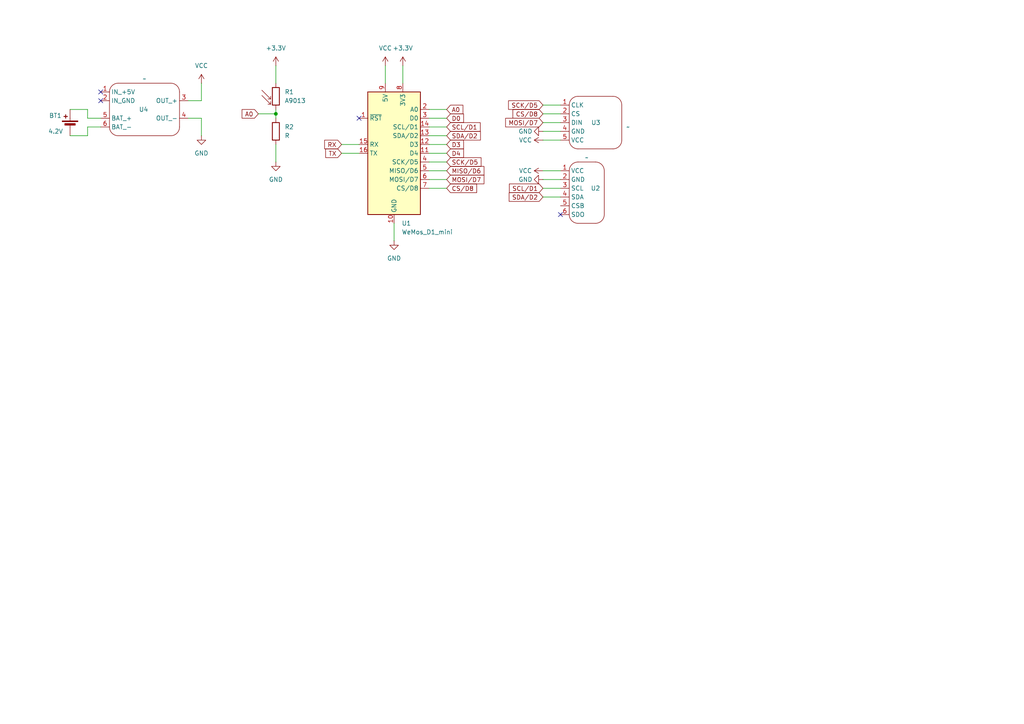
<source format=kicad_sch>
(kicad_sch
	(version 20231120)
	(generator "eeschema")
	(generator_version "8.0")
	(uuid "2e999e36-2221-41e3-a53f-d51008fb7b79")
	(paper "A4")
	(lib_symbols
		(symbol "Device:Battery_Cell"
			(pin_numbers hide)
			(pin_names
				(offset 0) hide)
			(exclude_from_sim no)
			(in_bom yes)
			(on_board yes)
			(property "Reference" "BT"
				(at 2.54 2.54 0)
				(effects
					(font
						(size 1.27 1.27)
					)
					(justify left)
				)
			)
			(property "Value" "Battery_Cell"
				(at 2.54 0 0)
				(effects
					(font
						(size 1.27 1.27)
					)
					(justify left)
				)
			)
			(property "Footprint" ""
				(at 0 1.524 90)
				(effects
					(font
						(size 1.27 1.27)
					)
					(hide yes)
				)
			)
			(property "Datasheet" "~"
				(at 0 1.524 90)
				(effects
					(font
						(size 1.27 1.27)
					)
					(hide yes)
				)
			)
			(property "Description" "Single-cell battery"
				(at 0 0 0)
				(effects
					(font
						(size 1.27 1.27)
					)
					(hide yes)
				)
			)
			(property "ki_keywords" "battery cell"
				(at 0 0 0)
				(effects
					(font
						(size 1.27 1.27)
					)
					(hide yes)
				)
			)
			(symbol "Battery_Cell_0_1"
				(rectangle
					(start -2.286 1.778)
					(end 2.286 1.524)
					(stroke
						(width 0)
						(type default)
					)
					(fill
						(type outline)
					)
				)
				(rectangle
					(start -1.524 1.016)
					(end 1.524 0.508)
					(stroke
						(width 0)
						(type default)
					)
					(fill
						(type outline)
					)
				)
				(polyline
					(pts
						(xy 0 0.762) (xy 0 0)
					)
					(stroke
						(width 0)
						(type default)
					)
					(fill
						(type none)
					)
				)
				(polyline
					(pts
						(xy 0 1.778) (xy 0 2.54)
					)
					(stroke
						(width 0)
						(type default)
					)
					(fill
						(type none)
					)
				)
				(polyline
					(pts
						(xy 0.762 3.048) (xy 1.778 3.048)
					)
					(stroke
						(width 0.254)
						(type default)
					)
					(fill
						(type none)
					)
				)
				(polyline
					(pts
						(xy 1.27 3.556) (xy 1.27 2.54)
					)
					(stroke
						(width 0.254)
						(type default)
					)
					(fill
						(type none)
					)
				)
			)
			(symbol "Battery_Cell_1_1"
				(pin passive line
					(at 0 5.08 270)
					(length 2.54)
					(name "+"
						(effects
							(font
								(size 1.27 1.27)
							)
						)
					)
					(number "1"
						(effects
							(font
								(size 1.27 1.27)
							)
						)
					)
				)
				(pin passive line
					(at 0 -2.54 90)
					(length 2.54)
					(name "-"
						(effects
							(font
								(size 1.27 1.27)
							)
						)
					)
					(number "2"
						(effects
							(font
								(size 1.27 1.27)
							)
						)
					)
				)
			)
		)
		(symbol "Device:R"
			(pin_numbers hide)
			(pin_names
				(offset 0)
			)
			(exclude_from_sim no)
			(in_bom yes)
			(on_board yes)
			(property "Reference" "R"
				(at 2.032 0 90)
				(effects
					(font
						(size 1.27 1.27)
					)
				)
			)
			(property "Value" "R"
				(at 0 0 90)
				(effects
					(font
						(size 1.27 1.27)
					)
				)
			)
			(property "Footprint" ""
				(at -1.778 0 90)
				(effects
					(font
						(size 1.27 1.27)
					)
					(hide yes)
				)
			)
			(property "Datasheet" "~"
				(at 0 0 0)
				(effects
					(font
						(size 1.27 1.27)
					)
					(hide yes)
				)
			)
			(property "Description" "Resistor"
				(at 0 0 0)
				(effects
					(font
						(size 1.27 1.27)
					)
					(hide yes)
				)
			)
			(property "ki_keywords" "R res resistor"
				(at 0 0 0)
				(effects
					(font
						(size 1.27 1.27)
					)
					(hide yes)
				)
			)
			(property "ki_fp_filters" "R_*"
				(at 0 0 0)
				(effects
					(font
						(size 1.27 1.27)
					)
					(hide yes)
				)
			)
			(symbol "R_0_1"
				(rectangle
					(start -1.016 -2.54)
					(end 1.016 2.54)
					(stroke
						(width 0.254)
						(type default)
					)
					(fill
						(type none)
					)
				)
			)
			(symbol "R_1_1"
				(pin passive line
					(at 0 3.81 270)
					(length 1.27)
					(name "~"
						(effects
							(font
								(size 1.27 1.27)
							)
						)
					)
					(number "1"
						(effects
							(font
								(size 1.27 1.27)
							)
						)
					)
				)
				(pin passive line
					(at 0 -3.81 90)
					(length 1.27)
					(name "~"
						(effects
							(font
								(size 1.27 1.27)
							)
						)
					)
					(number "2"
						(effects
							(font
								(size 1.27 1.27)
							)
						)
					)
				)
			)
		)
		(symbol "MCU_Module:WeMos_D1_mini"
			(exclude_from_sim no)
			(in_bom yes)
			(on_board yes)
			(property "Reference" "U"
				(at 3.81 19.05 0)
				(effects
					(font
						(size 1.27 1.27)
					)
					(justify left)
				)
			)
			(property "Value" "WeMos_D1_mini"
				(at 1.27 -19.05 0)
				(effects
					(font
						(size 1.27 1.27)
					)
					(justify left)
				)
			)
			(property "Footprint" "Module:WEMOS_D1_mini_light"
				(at 0 -29.21 0)
				(effects
					(font
						(size 1.27 1.27)
					)
					(hide yes)
				)
			)
			(property "Datasheet" "https://wiki.wemos.cc/products:d1:d1_mini#documentation"
				(at -46.99 -29.21 0)
				(effects
					(font
						(size 1.27 1.27)
					)
					(hide yes)
				)
			)
			(property "Description" "32-bit microcontroller module with WiFi"
				(at 0 0 0)
				(effects
					(font
						(size 1.27 1.27)
					)
					(hide yes)
				)
			)
			(property "ki_keywords" "ESP8266 WiFi microcontroller ESP8266EX"
				(at 0 0 0)
				(effects
					(font
						(size 1.27 1.27)
					)
					(hide yes)
				)
			)
			(property "ki_fp_filters" "WEMOS*D1*mini*"
				(at 0 0 0)
				(effects
					(font
						(size 1.27 1.27)
					)
					(hide yes)
				)
			)
			(symbol "WeMos_D1_mini_1_1"
				(rectangle
					(start -7.62 17.78)
					(end 7.62 -17.78)
					(stroke
						(width 0.254)
						(type default)
					)
					(fill
						(type background)
					)
				)
				(pin input line
					(at -10.16 10.16 0)
					(length 2.54)
					(name "~{RST}"
						(effects
							(font
								(size 1.27 1.27)
							)
						)
					)
					(number "1"
						(effects
							(font
								(size 1.27 1.27)
							)
						)
					)
				)
				(pin power_in line
					(at 0 -20.32 90)
					(length 2.54)
					(name "GND"
						(effects
							(font
								(size 1.27 1.27)
							)
						)
					)
					(number "10"
						(effects
							(font
								(size 1.27 1.27)
							)
						)
					)
				)
				(pin bidirectional line
					(at 10.16 0 180)
					(length 2.54)
					(name "D4"
						(effects
							(font
								(size 1.27 1.27)
							)
						)
					)
					(number "11"
						(effects
							(font
								(size 1.27 1.27)
							)
						)
					)
				)
				(pin bidirectional line
					(at 10.16 2.54 180)
					(length 2.54)
					(name "D3"
						(effects
							(font
								(size 1.27 1.27)
							)
						)
					)
					(number "12"
						(effects
							(font
								(size 1.27 1.27)
							)
						)
					)
				)
				(pin bidirectional line
					(at 10.16 5.08 180)
					(length 2.54)
					(name "SDA/D2"
						(effects
							(font
								(size 1.27 1.27)
							)
						)
					)
					(number "13"
						(effects
							(font
								(size 1.27 1.27)
							)
						)
					)
				)
				(pin bidirectional line
					(at 10.16 7.62 180)
					(length 2.54)
					(name "SCL/D1"
						(effects
							(font
								(size 1.27 1.27)
							)
						)
					)
					(number "14"
						(effects
							(font
								(size 1.27 1.27)
							)
						)
					)
				)
				(pin input line
					(at -10.16 2.54 0)
					(length 2.54)
					(name "RX"
						(effects
							(font
								(size 1.27 1.27)
							)
						)
					)
					(number "15"
						(effects
							(font
								(size 1.27 1.27)
							)
						)
					)
				)
				(pin output line
					(at -10.16 0 0)
					(length 2.54)
					(name "TX"
						(effects
							(font
								(size 1.27 1.27)
							)
						)
					)
					(number "16"
						(effects
							(font
								(size 1.27 1.27)
							)
						)
					)
				)
				(pin input line
					(at 10.16 12.7 180)
					(length 2.54)
					(name "A0"
						(effects
							(font
								(size 1.27 1.27)
							)
						)
					)
					(number "2"
						(effects
							(font
								(size 1.27 1.27)
							)
						)
					)
				)
				(pin bidirectional line
					(at 10.16 10.16 180)
					(length 2.54)
					(name "D0"
						(effects
							(font
								(size 1.27 1.27)
							)
						)
					)
					(number "3"
						(effects
							(font
								(size 1.27 1.27)
							)
						)
					)
				)
				(pin bidirectional line
					(at 10.16 -2.54 180)
					(length 2.54)
					(name "SCK/D5"
						(effects
							(font
								(size 1.27 1.27)
							)
						)
					)
					(number "4"
						(effects
							(font
								(size 1.27 1.27)
							)
						)
					)
				)
				(pin bidirectional line
					(at 10.16 -5.08 180)
					(length 2.54)
					(name "MISO/D6"
						(effects
							(font
								(size 1.27 1.27)
							)
						)
					)
					(number "5"
						(effects
							(font
								(size 1.27 1.27)
							)
						)
					)
				)
				(pin bidirectional line
					(at 10.16 -7.62 180)
					(length 2.54)
					(name "MOSI/D7"
						(effects
							(font
								(size 1.27 1.27)
							)
						)
					)
					(number "6"
						(effects
							(font
								(size 1.27 1.27)
							)
						)
					)
				)
				(pin bidirectional line
					(at 10.16 -10.16 180)
					(length 2.54)
					(name "CS/D8"
						(effects
							(font
								(size 1.27 1.27)
							)
						)
					)
					(number "7"
						(effects
							(font
								(size 1.27 1.27)
							)
						)
					)
				)
				(pin power_out line
					(at 2.54 20.32 270)
					(length 2.54)
					(name "3V3"
						(effects
							(font
								(size 1.27 1.27)
							)
						)
					)
					(number "8"
						(effects
							(font
								(size 1.27 1.27)
							)
						)
					)
				)
				(pin power_in line
					(at -2.54 20.32 270)
					(length 2.54)
					(name "5V"
						(effects
							(font
								(size 1.27 1.27)
							)
						)
					)
					(number "9"
						(effects
							(font
								(size 1.27 1.27)
							)
						)
					)
				)
			)
		)
		(symbol "Modules:BMP280_Module"
			(exclude_from_sim no)
			(in_bom yes)
			(on_board yes)
			(property "Reference" "U"
				(at -2.794 5.08 0)
				(effects
					(font
						(size 1.27 1.27)
					)
				)
			)
			(property "Value" ""
				(at 0 0 0)
				(effects
					(font
						(size 1.27 1.27)
					)
				)
			)
			(property "Footprint" ""
				(at 0 0 0)
				(effects
					(font
						(size 1.27 1.27)
					)
					(hide yes)
				)
			)
			(property "Datasheet" ""
				(at 0 0 0)
				(effects
					(font
						(size 1.27 1.27)
					)
					(hide yes)
				)
			)
			(property "Description" ""
				(at 0 0 0)
				(effects
					(font
						(size 1.27 1.27)
					)
					(hide yes)
				)
			)
			(symbol "BMP280_Module_0_1"
				(arc
					(start -5.08 -7.62)
					(mid -4.3361 -9.4161)
					(end -2.54 -10.16)
					(stroke
						(width 0)
						(type default)
					)
					(fill
						(type none)
					)
				)
				(arc
					(start -2.54 7.62)
					(mid -4.3361 6.8761)
					(end -5.08 5.08)
					(stroke
						(width 0)
						(type default)
					)
					(fill
						(type none)
					)
				)
				(polyline
					(pts
						(xy -5.08 5.08) (xy -5.08 -7.62)
					)
					(stroke
						(width 0)
						(type default)
					)
					(fill
						(type none)
					)
				)
				(polyline
					(pts
						(xy -2.54 -10.16) (xy 2.54 -10.16)
					)
					(stroke
						(width 0)
						(type default)
					)
					(fill
						(type none)
					)
				)
				(polyline
					(pts
						(xy 2.54 7.62) (xy -2.54 7.62)
					)
					(stroke
						(width 0)
						(type default)
					)
					(fill
						(type none)
					)
				)
				(polyline
					(pts
						(xy 5.08 5.08) (xy 5.08 -7.62)
					)
					(stroke
						(width 0)
						(type default)
					)
					(fill
						(type none)
					)
				)
				(arc
					(start 2.54 -10.16)
					(mid 4.3361 -9.4161)
					(end 5.08 -7.62)
					(stroke
						(width 0)
						(type default)
					)
					(fill
						(type none)
					)
				)
				(arc
					(start 5.08 5.08)
					(mid 4.3361 6.8761)
					(end 2.54 7.62)
					(stroke
						(width 0)
						(type default)
					)
					(fill
						(type none)
					)
				)
			)
			(symbol "BMP280_Module_1_1"
				(pin power_in line
					(at 7.62 5.08 180)
					(length 2.54)
					(name "VCC"
						(effects
							(font
								(size 1.27 1.27)
							)
						)
					)
					(number "1"
						(effects
							(font
								(size 1.27 1.27)
							)
						)
					)
				)
				(pin power_in line
					(at 7.62 2.54 180)
					(length 2.54)
					(name "GND"
						(effects
							(font
								(size 1.27 1.27)
							)
						)
					)
					(number "2"
						(effects
							(font
								(size 1.27 1.27)
							)
						)
					)
				)
				(pin input line
					(at 7.62 0 180)
					(length 2.54)
					(name "SCL"
						(effects
							(font
								(size 1.27 1.27)
							)
						)
					)
					(number "3"
						(effects
							(font
								(size 1.27 1.27)
							)
						)
					)
				)
				(pin bidirectional line
					(at 7.62 -2.54 180)
					(length 2.54)
					(name "SDA"
						(effects
							(font
								(size 1.27 1.27)
							)
						)
					)
					(number "4"
						(effects
							(font
								(size 1.27 1.27)
							)
						)
					)
				)
				(pin input line
					(at 7.62 -5.08 180)
					(length 2.54)
					(name "CSB"
						(effects
							(font
								(size 1.27 1.27)
							)
						)
					)
					(number "5"
						(effects
							(font
								(size 1.27 1.27)
							)
						)
					)
				)
				(pin output line
					(at 7.62 -7.62 180)
					(length 2.54)
					(name "SDO"
						(effects
							(font
								(size 1.27 1.27)
							)
						)
					)
					(number "6"
						(effects
							(font
								(size 1.27 1.27)
							)
						)
					)
				)
			)
		)
		(symbol "Modules:MAX7219X4_Module"
			(exclude_from_sim no)
			(in_bom yes)
			(on_board yes)
			(property "Reference" "U"
				(at 0 0 0)
				(effects
					(font
						(size 1.27 1.27)
					)
				)
			)
			(property "Value" ""
				(at 0 0 0)
				(effects
					(font
						(size 1.27 1.27)
					)
				)
			)
			(property "Footprint" ""
				(at 0 0 0)
				(effects
					(font
						(size 1.27 1.27)
					)
					(hide yes)
				)
			)
			(property "Datasheet" ""
				(at 0 0 0)
				(effects
					(font
						(size 1.27 1.27)
					)
					(hide yes)
				)
			)
			(property "Description" ""
				(at 0 0 0)
				(effects
					(font
						(size 1.27 1.27)
					)
					(hide yes)
				)
			)
			(symbol "MAX7219X4_Module_0_1"
				(arc
					(start -7.62 -5.08)
					(mid -6.8761 -6.8761)
					(end -5.08 -7.62)
					(stroke
						(width 0)
						(type default)
					)
					(fill
						(type none)
					)
				)
				(arc
					(start -5.08 7.62)
					(mid -6.8761 6.8761)
					(end -7.62 5.08)
					(stroke
						(width 0)
						(type default)
					)
					(fill
						(type none)
					)
				)
				(polyline
					(pts
						(xy -7.62 -5.08) (xy -7.62 5.08)
					)
					(stroke
						(width 0)
						(type default)
					)
					(fill
						(type none)
					)
				)
				(polyline
					(pts
						(xy -5.08 7.62) (xy 5.08 7.62)
					)
					(stroke
						(width 0)
						(type default)
					)
					(fill
						(type none)
					)
				)
				(polyline
					(pts
						(xy 5.08 -7.62) (xy -5.08 -7.62)
					)
					(stroke
						(width 0)
						(type default)
					)
					(fill
						(type none)
					)
				)
				(polyline
					(pts
						(xy 7.62 5.08) (xy 7.62 -5.08)
					)
					(stroke
						(width 0)
						(type default)
					)
					(fill
						(type none)
					)
				)
				(arc
					(start 5.08 -7.62)
					(mid 6.8761 -6.8761)
					(end 7.62 -5.08)
					(stroke
						(width 0)
						(type default)
					)
					(fill
						(type none)
					)
				)
				(arc
					(start 7.62 5.08)
					(mid 6.8761 6.8761)
					(end 5.08 7.62)
					(stroke
						(width 0)
						(type default)
					)
					(fill
						(type none)
					)
				)
			)
			(symbol "MAX7219X4_Module_1_1"
				(pin input line
					(at -10.16 5.08 0)
					(length 2.54)
					(name "CLK"
						(effects
							(font
								(size 1.27 1.27)
							)
						)
					)
					(number "1"
						(effects
							(font
								(size 1.27 1.27)
							)
						)
					)
				)
				(pin input line
					(at -10.16 2.54 0)
					(length 2.54)
					(name "CS"
						(effects
							(font
								(size 1.27 1.27)
							)
						)
					)
					(number "2"
						(effects
							(font
								(size 1.27 1.27)
							)
						)
					)
				)
				(pin input line
					(at -10.16 0 0)
					(length 2.54)
					(name "DIN"
						(effects
							(font
								(size 1.27 1.27)
							)
						)
					)
					(number "3"
						(effects
							(font
								(size 1.27 1.27)
							)
						)
					)
				)
				(pin input line
					(at -10.16 -2.54 0)
					(length 2.54)
					(name "GND"
						(effects
							(font
								(size 1.27 1.27)
							)
						)
					)
					(number "4"
						(effects
							(font
								(size 1.27 1.27)
							)
						)
					)
				)
				(pin input line
					(at -10.16 -5.08 0)
					(length 2.54)
					(name "VCC"
						(effects
							(font
								(size 1.27 1.27)
							)
						)
					)
					(number "5"
						(effects
							(font
								(size 1.27 1.27)
							)
						)
					)
				)
			)
		)
		(symbol "Modules:TP4056_Module"
			(exclude_from_sim no)
			(in_bom yes)
			(on_board yes)
			(property "Reference" "U"
				(at 0 0 0)
				(effects
					(font
						(size 1.27 1.27)
					)
				)
			)
			(property "Value" ""
				(at 0 0 0)
				(effects
					(font
						(size 1.27 1.27)
					)
				)
			)
			(property "Footprint" ""
				(at 0 0 0)
				(effects
					(font
						(size 1.27 1.27)
					)
					(hide yes)
				)
			)
			(property "Datasheet" ""
				(at 0 0 0)
				(effects
					(font
						(size 1.27 1.27)
					)
					(hide yes)
				)
			)
			(property "Description" ""
				(at 0 0 0)
				(effects
					(font
						(size 1.27 1.27)
					)
					(hide yes)
				)
			)
			(symbol "TP4056_Module_0_1"
				(arc
					(start -10.16 -5.08)
					(mid -9.4161 -6.8761)
					(end -7.62 -7.62)
					(stroke
						(width 0)
						(type default)
					)
					(fill
						(type none)
					)
				)
				(arc
					(start -7.62 7.62)
					(mid -9.4161 6.8761)
					(end -10.16 5.08)
					(stroke
						(width 0)
						(type default)
					)
					(fill
						(type none)
					)
				)
				(polyline
					(pts
						(xy -10.16 -5.08) (xy -10.16 5.08)
					)
					(stroke
						(width 0)
						(type default)
					)
					(fill
						(type none)
					)
				)
				(polyline
					(pts
						(xy -7.62 7.62) (xy 7.62 7.62)
					)
					(stroke
						(width 0)
						(type default)
					)
					(fill
						(type none)
					)
				)
				(polyline
					(pts
						(xy 7.62 -7.62) (xy -7.62 -7.62)
					)
					(stroke
						(width 0)
						(type default)
					)
					(fill
						(type none)
					)
				)
				(polyline
					(pts
						(xy 10.16 5.08) (xy 10.16 -5.08)
					)
					(stroke
						(width 0)
						(type default)
					)
					(fill
						(type none)
					)
				)
				(arc
					(start 7.62 -7.62)
					(mid 9.4161 -6.8761)
					(end 10.16 -5.08)
					(stroke
						(width 0)
						(type default)
					)
					(fill
						(type none)
					)
				)
				(arc
					(start 10.16 5.08)
					(mid 9.4161 6.8761)
					(end 7.62 7.62)
					(stroke
						(width 0)
						(type default)
					)
					(fill
						(type none)
					)
				)
			)
			(symbol "TP4056_Module_1_1"
				(pin power_in line
					(at -12.7 5.08 0)
					(length 2.54)
					(name "IN_+5V"
						(effects
							(font
								(size 1.27 1.27)
							)
						)
					)
					(number "1"
						(effects
							(font
								(size 1.27 1.27)
							)
						)
					)
				)
				(pin power_in line
					(at -12.7 2.54 0)
					(length 2.54)
					(name "IN_GND"
						(effects
							(font
								(size 1.27 1.27)
							)
						)
					)
					(number "2"
						(effects
							(font
								(size 1.27 1.27)
							)
						)
					)
				)
				(pin power_out line
					(at 12.7 2.54 180)
					(length 2.54)
					(name "OUT_+"
						(effects
							(font
								(size 1.27 1.27)
							)
						)
					)
					(number "3"
						(effects
							(font
								(size 1.27 1.27)
							)
						)
					)
				)
				(pin power_out line
					(at 12.7 -2.54 180)
					(length 2.54)
					(name "OUT_-"
						(effects
							(font
								(size 1.27 1.27)
							)
						)
					)
					(number "4"
						(effects
							(font
								(size 1.27 1.27)
							)
						)
					)
				)
				(pin power_in line
					(at -12.7 -2.54 0)
					(length 2.54)
					(name "BAT_+"
						(effects
							(font
								(size 1.27 1.27)
							)
						)
					)
					(number "5"
						(effects
							(font
								(size 1.27 1.27)
							)
						)
					)
				)
				(pin power_in line
					(at -12.7 -5.08 0)
					(length 2.54)
					(name "BAT_-"
						(effects
							(font
								(size 1.27 1.27)
							)
						)
					)
					(number "6"
						(effects
							(font
								(size 1.27 1.27)
							)
						)
					)
				)
			)
		)
		(symbol "Sensor_Optical:A9013"
			(pin_numbers hide)
			(pin_names
				(offset 0)
			)
			(exclude_from_sim no)
			(in_bom yes)
			(on_board yes)
			(property "Reference" "R"
				(at -5.08 0 90)
				(effects
					(font
						(size 1.27 1.27)
					)
				)
			)
			(property "Value" "A9013"
				(at 1.905 0 90)
				(effects
					(font
						(size 1.27 1.27)
					)
					(justify top)
				)
			)
			(property "Footprint" "OptoDevice:R_LDR_5.0x4.1mm_P3mm_Vertical"
				(at 4.445 0 90)
				(effects
					(font
						(size 1.27 1.27)
					)
					(hide yes)
				)
			)
			(property "Datasheet" "http://www.produktinfo.conrad.com/datenblaetter/125000-149999/145475-da-01-en-FOTOWIDERSTAND_A_9060_A_9013.pdf"
				(at 0 -1.27 0)
				(effects
					(font
						(size 1.27 1.27)
					)
					(hide yes)
				)
			)
			(property "Description" "light dependent resistor"
				(at 0 0 0)
				(effects
					(font
						(size 1.27 1.27)
					)
					(hide yes)
				)
			)
			(property "ki_keywords" "light dependent photo resistor LDR"
				(at 0 0 0)
				(effects
					(font
						(size 1.27 1.27)
					)
					(hide yes)
				)
			)
			(property "ki_fp_filters" "R*LDR*5.0x4.1mm*P3mm*"
				(at 0 0 0)
				(effects
					(font
						(size 1.27 1.27)
					)
					(hide yes)
				)
			)
			(symbol "A9013_0_1"
				(rectangle
					(start -1.016 2.54)
					(end 1.016 -2.54)
					(stroke
						(width 0.254)
						(type default)
					)
					(fill
						(type none)
					)
				)
				(polyline
					(pts
						(xy -1.524 -2.286) (xy -4.064 0.254)
					)
					(stroke
						(width 0)
						(type default)
					)
					(fill
						(type none)
					)
				)
				(polyline
					(pts
						(xy -1.524 -2.286) (xy -2.286 -2.286)
					)
					(stroke
						(width 0)
						(type default)
					)
					(fill
						(type none)
					)
				)
				(polyline
					(pts
						(xy -1.524 -2.286) (xy -1.524 -1.524)
					)
					(stroke
						(width 0)
						(type default)
					)
					(fill
						(type none)
					)
				)
				(polyline
					(pts
						(xy -1.524 -0.762) (xy -4.064 1.778)
					)
					(stroke
						(width 0)
						(type default)
					)
					(fill
						(type none)
					)
				)
				(polyline
					(pts
						(xy -1.524 -0.762) (xy -2.286 -0.762)
					)
					(stroke
						(width 0)
						(type default)
					)
					(fill
						(type none)
					)
				)
				(polyline
					(pts
						(xy -1.524 -0.762) (xy -1.524 0)
					)
					(stroke
						(width 0)
						(type default)
					)
					(fill
						(type none)
					)
				)
			)
			(symbol "A9013_1_1"
				(pin passive line
					(at 0 3.81 270)
					(length 1.27)
					(name "~"
						(effects
							(font
								(size 1.27 1.27)
							)
						)
					)
					(number "1"
						(effects
							(font
								(size 1.27 1.27)
							)
						)
					)
				)
				(pin passive line
					(at 0 -3.81 90)
					(length 1.27)
					(name "~"
						(effects
							(font
								(size 1.27 1.27)
							)
						)
					)
					(number "2"
						(effects
							(font
								(size 1.27 1.27)
							)
						)
					)
				)
			)
		)
		(symbol "power:+3.3V"
			(power)
			(pin_numbers hide)
			(pin_names
				(offset 0) hide)
			(exclude_from_sim no)
			(in_bom yes)
			(on_board yes)
			(property "Reference" "#PWR"
				(at 0 -3.81 0)
				(effects
					(font
						(size 1.27 1.27)
					)
					(hide yes)
				)
			)
			(property "Value" "+3.3V"
				(at 0 3.556 0)
				(effects
					(font
						(size 1.27 1.27)
					)
				)
			)
			(property "Footprint" ""
				(at 0 0 0)
				(effects
					(font
						(size 1.27 1.27)
					)
					(hide yes)
				)
			)
			(property "Datasheet" ""
				(at 0 0 0)
				(effects
					(font
						(size 1.27 1.27)
					)
					(hide yes)
				)
			)
			(property "Description" "Power symbol creates a global label with name \"+3.3V\""
				(at 0 0 0)
				(effects
					(font
						(size 1.27 1.27)
					)
					(hide yes)
				)
			)
			(property "ki_keywords" "global power"
				(at 0 0 0)
				(effects
					(font
						(size 1.27 1.27)
					)
					(hide yes)
				)
			)
			(symbol "+3.3V_0_1"
				(polyline
					(pts
						(xy -0.762 1.27) (xy 0 2.54)
					)
					(stroke
						(width 0)
						(type default)
					)
					(fill
						(type none)
					)
				)
				(polyline
					(pts
						(xy 0 0) (xy 0 2.54)
					)
					(stroke
						(width 0)
						(type default)
					)
					(fill
						(type none)
					)
				)
				(polyline
					(pts
						(xy 0 2.54) (xy 0.762 1.27)
					)
					(stroke
						(width 0)
						(type default)
					)
					(fill
						(type none)
					)
				)
			)
			(symbol "+3.3V_1_1"
				(pin power_in line
					(at 0 0 90)
					(length 0)
					(name "~"
						(effects
							(font
								(size 1.27 1.27)
							)
						)
					)
					(number "1"
						(effects
							(font
								(size 1.27 1.27)
							)
						)
					)
				)
			)
		)
		(symbol "power:GND"
			(power)
			(pin_numbers hide)
			(pin_names
				(offset 0) hide)
			(exclude_from_sim no)
			(in_bom yes)
			(on_board yes)
			(property "Reference" "#PWR"
				(at 0 -6.35 0)
				(effects
					(font
						(size 1.27 1.27)
					)
					(hide yes)
				)
			)
			(property "Value" "GND"
				(at 0 -3.81 0)
				(effects
					(font
						(size 1.27 1.27)
					)
				)
			)
			(property "Footprint" ""
				(at 0 0 0)
				(effects
					(font
						(size 1.27 1.27)
					)
					(hide yes)
				)
			)
			(property "Datasheet" ""
				(at 0 0 0)
				(effects
					(font
						(size 1.27 1.27)
					)
					(hide yes)
				)
			)
			(property "Description" "Power symbol creates a global label with name \"GND\" , ground"
				(at 0 0 0)
				(effects
					(font
						(size 1.27 1.27)
					)
					(hide yes)
				)
			)
			(property "ki_keywords" "global power"
				(at 0 0 0)
				(effects
					(font
						(size 1.27 1.27)
					)
					(hide yes)
				)
			)
			(symbol "GND_0_1"
				(polyline
					(pts
						(xy 0 0) (xy 0 -1.27) (xy 1.27 -1.27) (xy 0 -2.54) (xy -1.27 -1.27) (xy 0 -1.27)
					)
					(stroke
						(width 0)
						(type default)
					)
					(fill
						(type none)
					)
				)
			)
			(symbol "GND_1_1"
				(pin power_in line
					(at 0 0 270)
					(length 0)
					(name "~"
						(effects
							(font
								(size 1.27 1.27)
							)
						)
					)
					(number "1"
						(effects
							(font
								(size 1.27 1.27)
							)
						)
					)
				)
			)
		)
		(symbol "power:VCC"
			(power)
			(pin_numbers hide)
			(pin_names
				(offset 0) hide)
			(exclude_from_sim no)
			(in_bom yes)
			(on_board yes)
			(property "Reference" "#PWR"
				(at 0 -3.81 0)
				(effects
					(font
						(size 1.27 1.27)
					)
					(hide yes)
				)
			)
			(property "Value" "VCC"
				(at 0 3.556 0)
				(effects
					(font
						(size 1.27 1.27)
					)
				)
			)
			(property "Footprint" ""
				(at 0 0 0)
				(effects
					(font
						(size 1.27 1.27)
					)
					(hide yes)
				)
			)
			(property "Datasheet" ""
				(at 0 0 0)
				(effects
					(font
						(size 1.27 1.27)
					)
					(hide yes)
				)
			)
			(property "Description" "Power symbol creates a global label with name \"VCC\""
				(at 0 0 0)
				(effects
					(font
						(size 1.27 1.27)
					)
					(hide yes)
				)
			)
			(property "ki_keywords" "global power"
				(at 0 0 0)
				(effects
					(font
						(size 1.27 1.27)
					)
					(hide yes)
				)
			)
			(symbol "VCC_0_1"
				(polyline
					(pts
						(xy -0.762 1.27) (xy 0 2.54)
					)
					(stroke
						(width 0)
						(type default)
					)
					(fill
						(type none)
					)
				)
				(polyline
					(pts
						(xy 0 0) (xy 0 2.54)
					)
					(stroke
						(width 0)
						(type default)
					)
					(fill
						(type none)
					)
				)
				(polyline
					(pts
						(xy 0 2.54) (xy 0.762 1.27)
					)
					(stroke
						(width 0)
						(type default)
					)
					(fill
						(type none)
					)
				)
			)
			(symbol "VCC_1_1"
				(pin power_in line
					(at 0 0 90)
					(length 0)
					(name "~"
						(effects
							(font
								(size 1.27 1.27)
							)
						)
					)
					(number "1"
						(effects
							(font
								(size 1.27 1.27)
							)
						)
					)
				)
			)
		)
	)
	(junction
		(at 80.01 33.02)
		(diameter 0)
		(color 0 0 0 0)
		(uuid "ef10cd2d-c7ee-416e-b8aa-8fb75cba1e78")
	)
	(no_connect
		(at 104.14 34.29)
		(uuid "07de77a1-f88b-46c8-9afb-05cfaa434996")
	)
	(no_connect
		(at 29.21 26.67)
		(uuid "5d196965-b0ed-4d14-890b-cc54865b0958")
	)
	(no_connect
		(at 29.21 29.21)
		(uuid "c1b49ec1-7c66-4967-a33c-46c1516e1648")
	)
	(no_connect
		(at 162.56 62.23)
		(uuid "e1e78820-b352-4120-9aed-818bad8abfb3")
	)
	(wire
		(pts
			(xy 124.46 49.53) (xy 129.54 49.53)
		)
		(stroke
			(width 0)
			(type default)
		)
		(uuid "02a38e5d-4fcd-4f01-884a-3b02c23586f8")
	)
	(wire
		(pts
			(xy 157.48 57.15) (xy 162.56 57.15)
		)
		(stroke
			(width 0)
			(type default)
		)
		(uuid "03dd78c2-6b8a-4af9-94f6-36900b110958")
	)
	(wire
		(pts
			(xy 124.46 39.37) (xy 129.54 39.37)
		)
		(stroke
			(width 0)
			(type default)
		)
		(uuid "05b71adf-dad9-46ca-9244-9b42e75f02ea")
	)
	(wire
		(pts
			(xy 20.32 31.75) (xy 25.4 31.75)
		)
		(stroke
			(width 0)
			(type default)
		)
		(uuid "0b1325c7-ea55-4db1-a4df-01dc1cbda814")
	)
	(wire
		(pts
			(xy 58.42 29.21) (xy 54.61 29.21)
		)
		(stroke
			(width 0)
			(type default)
		)
		(uuid "0eccedf6-44ad-4110-871f-36201a21a24e")
	)
	(wire
		(pts
			(xy 157.48 30.48) (xy 162.56 30.48)
		)
		(stroke
			(width 0)
			(type default)
		)
		(uuid "11b4f66c-d50b-4daa-8dd7-93641601d942")
	)
	(wire
		(pts
			(xy 20.32 39.37) (xy 25.4 39.37)
		)
		(stroke
			(width 0)
			(type default)
		)
		(uuid "144ee5ee-b25a-4d12-a654-b9b28d9a75b4")
	)
	(wire
		(pts
			(xy 157.48 40.64) (xy 162.56 40.64)
		)
		(stroke
			(width 0)
			(type default)
		)
		(uuid "148d6248-015a-4141-b1b3-969b0bed4bc3")
	)
	(wire
		(pts
			(xy 129.54 31.75) (xy 124.46 31.75)
		)
		(stroke
			(width 0)
			(type default)
		)
		(uuid "17dff523-62b2-4575-86af-1f742f11def4")
	)
	(wire
		(pts
			(xy 80.01 31.75) (xy 80.01 33.02)
		)
		(stroke
			(width 0)
			(type default)
		)
		(uuid "237aee36-571c-4912-967e-75cccaefc18c")
	)
	(wire
		(pts
			(xy 58.42 34.29) (xy 58.42 39.37)
		)
		(stroke
			(width 0)
			(type default)
		)
		(uuid "43aa8402-cd81-4555-aac1-69b3942c29a6")
	)
	(wire
		(pts
			(xy 25.4 34.29) (xy 29.21 34.29)
		)
		(stroke
			(width 0)
			(type default)
		)
		(uuid "4bdd646b-4d1c-4d1c-a010-02031a9d6900")
	)
	(wire
		(pts
			(xy 74.93 33.02) (xy 80.01 33.02)
		)
		(stroke
			(width 0)
			(type default)
		)
		(uuid "4fe75746-843a-4041-a38f-63437ae4613c")
	)
	(wire
		(pts
			(xy 99.06 41.91) (xy 104.14 41.91)
		)
		(stroke
			(width 0)
			(type default)
		)
		(uuid "50d269db-8b64-4036-bbc6-30a350bdf317")
	)
	(wire
		(pts
			(xy 124.46 54.61) (xy 129.54 54.61)
		)
		(stroke
			(width 0)
			(type default)
		)
		(uuid "5d823272-febd-41e8-af88-5e2572876a4b")
	)
	(wire
		(pts
			(xy 99.06 44.45) (xy 104.14 44.45)
		)
		(stroke
			(width 0)
			(type default)
		)
		(uuid "6758714e-97e1-4344-ad26-24d6e628bb93")
	)
	(wire
		(pts
			(xy 25.4 31.75) (xy 25.4 34.29)
		)
		(stroke
			(width 0)
			(type default)
		)
		(uuid "69af737d-6ad2-4b58-8616-219d79d84a91")
	)
	(wire
		(pts
			(xy 54.61 34.29) (xy 58.42 34.29)
		)
		(stroke
			(width 0)
			(type default)
		)
		(uuid "76b426a0-736a-454b-b0b1-59d2bb17ff70")
	)
	(wire
		(pts
			(xy 124.46 52.07) (xy 129.54 52.07)
		)
		(stroke
			(width 0)
			(type default)
		)
		(uuid "8a9eed7e-fe76-4615-bc82-75ff6161564a")
	)
	(wire
		(pts
			(xy 124.46 46.99) (xy 129.54 46.99)
		)
		(stroke
			(width 0)
			(type default)
		)
		(uuid "908888f6-77c0-4f60-baa0-9044144e9a1d")
	)
	(wire
		(pts
			(xy 58.42 24.13) (xy 58.42 29.21)
		)
		(stroke
			(width 0)
			(type default)
		)
		(uuid "922bcf43-5866-4ba3-b66b-37bc66796319")
	)
	(wire
		(pts
			(xy 124.46 36.83) (xy 129.54 36.83)
		)
		(stroke
			(width 0)
			(type default)
		)
		(uuid "9708d3b9-90e5-4374-912c-e1ddaf5f0dbd")
	)
	(wire
		(pts
			(xy 111.76 19.05) (xy 111.76 24.13)
		)
		(stroke
			(width 0)
			(type default)
		)
		(uuid "98614ac7-b91c-4cba-b9ce-a0b18b708cde")
	)
	(wire
		(pts
			(xy 116.84 19.05) (xy 116.84 24.13)
		)
		(stroke
			(width 0)
			(type default)
		)
		(uuid "9b53f11a-c97b-47d0-b1e3-c8abe55beb73")
	)
	(wire
		(pts
			(xy 80.01 41.91) (xy 80.01 46.99)
		)
		(stroke
			(width 0)
			(type default)
		)
		(uuid "a19254e0-668f-4433-82c1-8beb68eb1871")
	)
	(wire
		(pts
			(xy 80.01 33.02) (xy 80.01 34.29)
		)
		(stroke
			(width 0)
			(type default)
		)
		(uuid "a7171e63-f701-41c2-9eb8-dc4015922114")
	)
	(wire
		(pts
			(xy 124.46 44.45) (xy 129.54 44.45)
		)
		(stroke
			(width 0)
			(type default)
		)
		(uuid "a7787e79-b3da-49c3-bd0f-c87ae7bb2cba")
	)
	(wire
		(pts
			(xy 162.56 38.1) (xy 157.48 38.1)
		)
		(stroke
			(width 0)
			(type default)
		)
		(uuid "abeb43f2-dbbc-4b05-97e7-4ab7c94eaa4f")
	)
	(wire
		(pts
			(xy 25.4 36.83) (xy 29.21 36.83)
		)
		(stroke
			(width 0)
			(type default)
		)
		(uuid "b61ce524-c2f0-41ae-a9bb-c461929ae1c6")
	)
	(wire
		(pts
			(xy 162.56 52.07) (xy 157.48 52.07)
		)
		(stroke
			(width 0)
			(type default)
		)
		(uuid "bb69e9f8-3709-424b-9812-414747d17dcb")
	)
	(wire
		(pts
			(xy 124.46 41.91) (xy 129.54 41.91)
		)
		(stroke
			(width 0)
			(type default)
		)
		(uuid "c7b87560-7580-4583-8dd2-c7ff8eecd33c")
	)
	(wire
		(pts
			(xy 157.48 35.56) (xy 162.56 35.56)
		)
		(stroke
			(width 0)
			(type default)
		)
		(uuid "c93be5e6-e9cb-4ff9-a2fe-ef5197283cfa")
	)
	(wire
		(pts
			(xy 25.4 39.37) (xy 25.4 36.83)
		)
		(stroke
			(width 0)
			(type default)
		)
		(uuid "ce9e1c0a-6b7d-40cc-8268-85f24f3cde03")
	)
	(wire
		(pts
			(xy 114.3 64.77) (xy 114.3 69.85)
		)
		(stroke
			(width 0)
			(type default)
		)
		(uuid "d27fcf08-c263-4e66-894f-c376f860dcac")
	)
	(wire
		(pts
			(xy 80.01 19.05) (xy 80.01 24.13)
		)
		(stroke
			(width 0)
			(type default)
		)
		(uuid "deeca4bc-a184-4cc8-b08d-880bbba7f59a")
	)
	(wire
		(pts
			(xy 157.48 49.53) (xy 162.56 49.53)
		)
		(stroke
			(width 0)
			(type default)
		)
		(uuid "e26e0dcd-453d-4a88-940c-f12b312e5f57")
	)
	(wire
		(pts
			(xy 124.46 34.29) (xy 129.54 34.29)
		)
		(stroke
			(width 0)
			(type default)
		)
		(uuid "e30a5cbe-0c34-4bfd-b211-8f8773dbf7a3")
	)
	(wire
		(pts
			(xy 157.48 54.61) (xy 162.56 54.61)
		)
		(stroke
			(width 0)
			(type default)
		)
		(uuid "f05c94fa-34a2-4c0d-9d37-2daabbba1273")
	)
	(wire
		(pts
			(xy 157.48 33.02) (xy 162.56 33.02)
		)
		(stroke
			(width 0)
			(type default)
		)
		(uuid "fc7f712c-9843-4e13-9e95-150772dc55c5")
	)
	(global_label "SDA{slash}D2"
		(shape input)
		(at 129.54 39.37 0)
		(fields_autoplaced yes)
		(effects
			(font
				(size 1.27 1.27)
			)
			(justify left)
		)
		(uuid "134c685a-a12d-4b8e-a6a7-8db3463b92f1")
		(property "Intersheetrefs" "${INTERSHEET_REFS}"
			(at 139.9033 39.37 0)
			(effects
				(font
					(size 1.27 1.27)
				)
				(justify left)
				(hide yes)
			)
		)
	)
	(global_label "CS{slash}D8"
		(shape input)
		(at 129.54 54.61 0)
		(fields_autoplaced yes)
		(effects
			(font
				(size 1.27 1.27)
			)
			(justify left)
		)
		(uuid "1a2f0b0f-4591-44dd-a389-ec8022f8b002")
		(property "Intersheetrefs" "${INTERSHEET_REFS}"
			(at 138.8147 54.61 0)
			(effects
				(font
					(size 1.27 1.27)
				)
				(justify left)
				(hide yes)
			)
		)
	)
	(global_label "SCK{slash}D5"
		(shape input)
		(at 157.48 30.48 180)
		(fields_autoplaced yes)
		(effects
			(font
				(size 1.27 1.27)
			)
			(justify right)
		)
		(uuid "29303bc0-1d84-4bd3-a64c-b3447bf8ce40")
		(property "Intersheetrefs" "${INTERSHEET_REFS}"
			(at 146.9353 30.48 0)
			(effects
				(font
					(size 1.27 1.27)
				)
				(justify right)
				(hide yes)
			)
		)
	)
	(global_label "SCK{slash}D5"
		(shape input)
		(at 129.54 46.99 0)
		(fields_autoplaced yes)
		(effects
			(font
				(size 1.27 1.27)
			)
			(justify left)
		)
		(uuid "2e2ec243-1330-4fb5-9ac2-eee5858c6aba")
		(property "Intersheetrefs" "${INTERSHEET_REFS}"
			(at 140.0847 46.99 0)
			(effects
				(font
					(size 1.27 1.27)
				)
				(justify left)
				(hide yes)
			)
		)
	)
	(global_label "D4"
		(shape input)
		(at 129.54 44.45 0)
		(fields_autoplaced yes)
		(effects
			(font
				(size 1.27 1.27)
			)
			(justify left)
		)
		(uuid "3360691a-c9af-43ac-9a29-00faf939f03f")
		(property "Intersheetrefs" "${INTERSHEET_REFS}"
			(at 135.0047 44.45 0)
			(effects
				(font
					(size 1.27 1.27)
				)
				(justify left)
				(hide yes)
			)
		)
	)
	(global_label "MOSI{slash}D7"
		(shape input)
		(at 157.48 35.56 180)
		(fields_autoplaced yes)
		(effects
			(font
				(size 1.27 1.27)
			)
			(justify right)
		)
		(uuid "3fc7a69a-c40e-4fde-bb03-c8a193a03b63")
		(property "Intersheetrefs" "${INTERSHEET_REFS}"
			(at 146.0886 35.56 0)
			(effects
				(font
					(size 1.27 1.27)
				)
				(justify right)
				(hide yes)
			)
		)
	)
	(global_label "TX"
		(shape input)
		(at 99.06 44.45 180)
		(fields_autoplaced yes)
		(effects
			(font
				(size 1.27 1.27)
			)
			(justify right)
		)
		(uuid "532df243-e818-4827-8a4c-29267dd192c2")
		(property "Intersheetrefs" "${INTERSHEET_REFS}"
			(at 93.8977 44.45 0)
			(effects
				(font
					(size 1.27 1.27)
				)
				(justify right)
				(hide yes)
			)
		)
	)
	(global_label "A0"
		(shape input)
		(at 74.93 33.02 180)
		(fields_autoplaced yes)
		(effects
			(font
				(size 1.27 1.27)
			)
			(justify right)
		)
		(uuid "593515f8-567d-4fa5-8727-e3a87524109d")
		(property "Intersheetrefs" "${INTERSHEET_REFS}"
			(at 69.6467 33.02 0)
			(effects
				(font
					(size 1.27 1.27)
				)
				(justify right)
				(hide yes)
			)
		)
	)
	(global_label "SCL{slash}D1"
		(shape input)
		(at 129.54 36.83 0)
		(fields_autoplaced yes)
		(effects
			(font
				(size 1.27 1.27)
			)
			(justify left)
		)
		(uuid "6814507f-977f-4e78-b4e0-6a0beee6bb23")
		(property "Intersheetrefs" "${INTERSHEET_REFS}"
			(at 139.8428 36.83 0)
			(effects
				(font
					(size 1.27 1.27)
				)
				(justify left)
				(hide yes)
			)
		)
	)
	(global_label "SDA{slash}D2"
		(shape input)
		(at 157.48 57.15 180)
		(fields_autoplaced yes)
		(effects
			(font
				(size 1.27 1.27)
			)
			(justify right)
		)
		(uuid "73134ce5-153c-43bd-9345-91032be2a53c")
		(property "Intersheetrefs" "${INTERSHEET_REFS}"
			(at 147.1167 57.15 0)
			(effects
				(font
					(size 1.27 1.27)
				)
				(justify right)
				(hide yes)
			)
		)
	)
	(global_label "D3"
		(shape input)
		(at 129.54 41.91 0)
		(fields_autoplaced yes)
		(effects
			(font
				(size 1.27 1.27)
			)
			(justify left)
		)
		(uuid "790a0c8d-1aff-44c4-8633-1e96255b78ff")
		(property "Intersheetrefs" "${INTERSHEET_REFS}"
			(at 135.0047 41.91 0)
			(effects
				(font
					(size 1.27 1.27)
				)
				(justify left)
				(hide yes)
			)
		)
	)
	(global_label "MOSI{slash}D7"
		(shape input)
		(at 129.54 52.07 0)
		(fields_autoplaced yes)
		(effects
			(font
				(size 1.27 1.27)
			)
			(justify left)
		)
		(uuid "7aecd195-7f54-4a73-9934-4c425104177a")
		(property "Intersheetrefs" "${INTERSHEET_REFS}"
			(at 140.9314 52.07 0)
			(effects
				(font
					(size 1.27 1.27)
				)
				(justify left)
				(hide yes)
			)
		)
	)
	(global_label "RX"
		(shape input)
		(at 99.06 41.91 180)
		(fields_autoplaced yes)
		(effects
			(font
				(size 1.27 1.27)
			)
			(justify right)
		)
		(uuid "7e8ceee8-ae64-49a8-b4a6-04fdd90a43d0")
		(property "Intersheetrefs" "${INTERSHEET_REFS}"
			(at 93.5953 41.91 0)
			(effects
				(font
					(size 1.27 1.27)
				)
				(justify right)
				(hide yes)
			)
		)
	)
	(global_label "D0"
		(shape input)
		(at 129.54 34.29 0)
		(fields_autoplaced yes)
		(effects
			(font
				(size 1.27 1.27)
			)
			(justify left)
		)
		(uuid "b4e3605d-e1b1-448e-bfd3-c87e45dbe20a")
		(property "Intersheetrefs" "${INTERSHEET_REFS}"
			(at 135.0047 34.29 0)
			(effects
				(font
					(size 1.27 1.27)
				)
				(justify left)
				(hide yes)
			)
		)
	)
	(global_label "MISO{slash}D6"
		(shape input)
		(at 129.54 49.53 0)
		(fields_autoplaced yes)
		(effects
			(font
				(size 1.27 1.27)
			)
			(justify left)
		)
		(uuid "bdcdbf2b-35b8-4fa5-8d51-348218470dee")
		(property "Intersheetrefs" "${INTERSHEET_REFS}"
			(at 140.9314 49.53 0)
			(effects
				(font
					(size 1.27 1.27)
				)
				(justify left)
				(hide yes)
			)
		)
	)
	(global_label "A0"
		(shape input)
		(at 129.54 31.75 0)
		(fields_autoplaced yes)
		(effects
			(font
				(size 1.27 1.27)
			)
			(justify left)
		)
		(uuid "cefcd0e9-8856-4086-839d-938fb1b3d507")
		(property "Intersheetrefs" "${INTERSHEET_REFS}"
			(at 134.8233 31.75 0)
			(effects
				(font
					(size 1.27 1.27)
				)
				(justify left)
				(hide yes)
			)
		)
	)
	(global_label "CS{slash}D8"
		(shape input)
		(at 157.48 33.02 180)
		(fields_autoplaced yes)
		(effects
			(font
				(size 1.27 1.27)
			)
			(justify right)
		)
		(uuid "f223539c-09a3-4967-be13-846c16b45b20")
		(property "Intersheetrefs" "${INTERSHEET_REFS}"
			(at 148.2053 33.02 0)
			(effects
				(font
					(size 1.27 1.27)
				)
				(justify right)
				(hide yes)
			)
		)
	)
	(global_label "SCL{slash}D1"
		(shape input)
		(at 157.48 54.61 180)
		(fields_autoplaced yes)
		(effects
			(font
				(size 1.27 1.27)
			)
			(justify right)
		)
		(uuid "f2785b10-bbb5-432d-8d13-adbf8b70a869")
		(property "Intersheetrefs" "${INTERSHEET_REFS}"
			(at 147.1772 54.61 0)
			(effects
				(font
					(size 1.27 1.27)
				)
				(justify right)
				(hide yes)
			)
		)
	)
	(symbol
		(lib_id "power:GND")
		(at 114.3 69.85 0)
		(unit 1)
		(exclude_from_sim no)
		(in_bom yes)
		(on_board yes)
		(dnp no)
		(fields_autoplaced yes)
		(uuid "04a262db-6c59-4ebd-bdb4-a71bad7ac62a")
		(property "Reference" "#PWR04"
			(at 114.3 76.2 0)
			(effects
				(font
					(size 1.27 1.27)
				)
				(hide yes)
			)
		)
		(property "Value" "GND"
			(at 114.3 74.93 0)
			(effects
				(font
					(size 1.27 1.27)
				)
			)
		)
		(property "Footprint" ""
			(at 114.3 69.85 0)
			(effects
				(font
					(size 1.27 1.27)
				)
				(hide yes)
			)
		)
		(property "Datasheet" ""
			(at 114.3 69.85 0)
			(effects
				(font
					(size 1.27 1.27)
				)
				(hide yes)
			)
		)
		(property "Description" "Power symbol creates a global label with name \"GND\" , ground"
			(at 114.3 69.85 0)
			(effects
				(font
					(size 1.27 1.27)
				)
				(hide yes)
			)
		)
		(pin "1"
			(uuid "2d5fa22f-b0c0-4535-8c21-00dc4a7e34a0")
		)
		(instances
			(project "LED_Display"
				(path "/2e999e36-2221-41e3-a53f-d51008fb7b79"
					(reference "#PWR04")
					(unit 1)
				)
			)
		)
	)
	(symbol
		(lib_id "Sensor_Optical:A9013")
		(at 80.01 27.94 0)
		(unit 1)
		(exclude_from_sim no)
		(in_bom yes)
		(on_board yes)
		(dnp no)
		(fields_autoplaced yes)
		(uuid "06818e7e-1eb6-4fd3-9c49-3860721cbaf5")
		(property "Reference" "R1"
			(at 82.55 26.6699 0)
			(effects
				(font
					(size 1.27 1.27)
				)
				(justify left)
			)
		)
		(property "Value" "A9013"
			(at 82.55 29.2099 0)
			(effects
				(font
					(size 1.27 1.27)
				)
				(justify left)
			)
		)
		(property "Footprint" "OptoDevice:R_LDR_5.0x4.1mm_P3mm_Vertical"
			(at 84.455 27.94 90)
			(effects
				(font
					(size 1.27 1.27)
				)
				(hide yes)
			)
		)
		(property "Datasheet" "http://www.produktinfo.conrad.com/datenblaetter/125000-149999/145475-da-01-en-FOTOWIDERSTAND_A_9060_A_9013.pdf"
			(at 80.01 29.21 0)
			(effects
				(font
					(size 1.27 1.27)
				)
				(hide yes)
			)
		)
		(property "Description" "light dependent resistor"
			(at 80.01 27.94 0)
			(effects
				(font
					(size 1.27 1.27)
				)
				(hide yes)
			)
		)
		(pin "2"
			(uuid "087a2691-1e28-4321-95a6-80821c64a935")
		)
		(pin "1"
			(uuid "a743faa9-56a2-4b72-8bd2-fc6b48a3578e")
		)
		(instances
			(project "LED_Display"
				(path "/2e999e36-2221-41e3-a53f-d51008fb7b79"
					(reference "R1")
					(unit 1)
				)
			)
		)
	)
	(symbol
		(lib_id "Modules:TP4056_Module")
		(at 41.91 31.75 0)
		(unit 1)
		(exclude_from_sim no)
		(in_bom yes)
		(on_board yes)
		(dnp no)
		(uuid "0b6feda5-2fe8-42bf-b05e-23621ad041c4")
		(property "Reference" "U4"
			(at 41.656 31.75 0)
			(effects
				(font
					(size 1.27 1.27)
				)
			)
		)
		(property "Value" "~"
			(at 41.91 22.86 0)
			(effects
				(font
					(size 1.27 1.27)
				)
			)
		)
		(property "Footprint" ""
			(at 41.91 31.75 0)
			(effects
				(font
					(size 1.27 1.27)
				)
				(hide yes)
			)
		)
		(property "Datasheet" ""
			(at 41.91 31.75 0)
			(effects
				(font
					(size 1.27 1.27)
				)
				(hide yes)
			)
		)
		(property "Description" ""
			(at 41.91 31.75 0)
			(effects
				(font
					(size 1.27 1.27)
				)
				(hide yes)
			)
		)
		(pin "5"
			(uuid "4b42cecc-45c5-47a6-8f11-9312f6d67e5f")
		)
		(pin "4"
			(uuid "4efe3c52-2f30-4bed-9d62-051e536e14c2")
		)
		(pin "1"
			(uuid "21be3c1f-9d0e-44ce-b86e-e3d608c1a1e3")
		)
		(pin "3"
			(uuid "fc4ee814-8785-4cec-b44a-dd7c64b43ade")
		)
		(pin "6"
			(uuid "67ef4c47-9732-48f2-858c-9b647c300f28")
		)
		(pin "2"
			(uuid "8d4c6e3a-bcad-44f0-b07e-a1409775e4cc")
		)
		(instances
			(project "LED_Display"
				(path "/2e999e36-2221-41e3-a53f-d51008fb7b79"
					(reference "U4")
					(unit 1)
				)
			)
		)
	)
	(symbol
		(lib_id "Modules:MAX7219X4_Module")
		(at 172.72 35.56 0)
		(unit 1)
		(exclude_from_sim no)
		(in_bom yes)
		(on_board yes)
		(dnp no)
		(uuid "12762251-d2a8-478a-bb96-639c7ea3b744")
		(property "Reference" "U3"
			(at 171.45 35.56 0)
			(effects
				(font
					(size 1.27 1.27)
				)
				(justify left)
			)
		)
		(property "Value" "~"
			(at 181.61 36.83 0)
			(effects
				(font
					(size 1.27 1.27)
				)
				(justify left)
			)
		)
		(property "Footprint" ""
			(at 172.72 35.56 0)
			(effects
				(font
					(size 1.27 1.27)
				)
				(hide yes)
			)
		)
		(property "Datasheet" ""
			(at 172.72 35.56 0)
			(effects
				(font
					(size 1.27 1.27)
				)
				(hide yes)
			)
		)
		(property "Description" ""
			(at 172.72 35.56 0)
			(effects
				(font
					(size 1.27 1.27)
				)
				(hide yes)
			)
		)
		(pin "4"
			(uuid "8ac97f91-8545-4f26-80d9-cbc5ae44e53f")
		)
		(pin "2"
			(uuid "a7151d5f-97f3-419f-9be2-c3e5a0157612")
		)
		(pin "5"
			(uuid "443bd83c-2ad3-41ec-ac8a-2ed07be27e31")
		)
		(pin "1"
			(uuid "d5735bd5-7f3b-4805-a020-d1c5dd4f3dd8")
		)
		(pin "3"
			(uuid "0c0f56d5-1a29-4e61-8e57-750810f78a48")
		)
		(instances
			(project "LED_Display"
				(path "/2e999e36-2221-41e3-a53f-d51008fb7b79"
					(reference "U3")
					(unit 1)
				)
			)
		)
	)
	(symbol
		(lib_id "power:GND")
		(at 157.48 52.07 270)
		(mirror x)
		(unit 1)
		(exclude_from_sim no)
		(in_bom yes)
		(on_board yes)
		(dnp no)
		(uuid "2a289fa0-ebce-4be7-9fc7-04429f09d30a")
		(property "Reference" "#PWR010"
			(at 151.13 52.07 0)
			(effects
				(font
					(size 1.27 1.27)
				)
				(hide yes)
			)
		)
		(property "Value" "GND"
			(at 152.4 52.07 90)
			(effects
				(font
					(size 1.27 1.27)
				)
			)
		)
		(property "Footprint" ""
			(at 157.48 52.07 0)
			(effects
				(font
					(size 1.27 1.27)
				)
				(hide yes)
			)
		)
		(property "Datasheet" ""
			(at 157.48 52.07 0)
			(effects
				(font
					(size 1.27 1.27)
				)
				(hide yes)
			)
		)
		(property "Description" "Power symbol creates a global label with name \"GND\" , ground"
			(at 157.48 52.07 0)
			(effects
				(font
					(size 1.27 1.27)
				)
				(hide yes)
			)
		)
		(pin "1"
			(uuid "d088ea3b-1ace-419b-bed3-5e9a85cf0915")
		)
		(instances
			(project "LED_Display"
				(path "/2e999e36-2221-41e3-a53f-d51008fb7b79"
					(reference "#PWR010")
					(unit 1)
				)
			)
		)
	)
	(symbol
		(lib_id "Modules:BMP280_Module")
		(at 170.18 54.61 0)
		(mirror y)
		(unit 1)
		(exclude_from_sim no)
		(in_bom yes)
		(on_board yes)
		(dnp no)
		(uuid "53906df7-2d09-401e-b60c-9cff1a34735c")
		(property "Reference" "U2"
			(at 172.72 54.61 0)
			(effects
				(font
					(size 1.27 1.27)
				)
			)
		)
		(property "Value" "~"
			(at 170.18 45.72 0)
			(effects
				(font
					(size 1.27 1.27)
				)
			)
		)
		(property "Footprint" ""
			(at 170.18 54.61 0)
			(effects
				(font
					(size 1.27 1.27)
				)
				(hide yes)
			)
		)
		(property "Datasheet" ""
			(at 170.18 54.61 0)
			(effects
				(font
					(size 1.27 1.27)
				)
				(hide yes)
			)
		)
		(property "Description" ""
			(at 170.18 54.61 0)
			(effects
				(font
					(size 1.27 1.27)
				)
				(hide yes)
			)
		)
		(pin "3"
			(uuid "2b13a481-751a-48ff-9daf-9c0e43c1ca7b")
		)
		(pin "2"
			(uuid "90c7245e-c8db-4d97-bce8-72b87b352e1a")
		)
		(pin "5"
			(uuid "6f4d431f-ce41-496b-8871-93fc06460e29")
		)
		(pin "4"
			(uuid "75822b02-f195-4b05-be1b-3311b0d1ad1a")
		)
		(pin "6"
			(uuid "ca2d4f8c-5bcf-4f6e-ad93-354e1387f22f")
		)
		(pin "1"
			(uuid "a9fafc32-ccbd-4eb1-ac1c-33f7b08cee98")
		)
		(instances
			(project "LED_Display"
				(path "/2e999e36-2221-41e3-a53f-d51008fb7b79"
					(reference "U2")
					(unit 1)
				)
			)
		)
	)
	(symbol
		(lib_id "power:VCC")
		(at 157.48 49.53 90)
		(mirror x)
		(unit 1)
		(exclude_from_sim no)
		(in_bom yes)
		(on_board yes)
		(dnp no)
		(uuid "5891e19e-9bf2-4c04-aed0-5743749054a5")
		(property "Reference" "#PWR011"
			(at 161.29 49.53 0)
			(effects
				(font
					(size 1.27 1.27)
				)
				(hide yes)
			)
		)
		(property "Value" "VCC"
			(at 152.4 49.53 90)
			(effects
				(font
					(size 1.27 1.27)
				)
			)
		)
		(property "Footprint" ""
			(at 157.48 49.53 0)
			(effects
				(font
					(size 1.27 1.27)
				)
				(hide yes)
			)
		)
		(property "Datasheet" ""
			(at 157.48 49.53 0)
			(effects
				(font
					(size 1.27 1.27)
				)
				(hide yes)
			)
		)
		(property "Description" "Power symbol creates a global label with name \"VCC\""
			(at 157.48 49.53 0)
			(effects
				(font
					(size 1.27 1.27)
				)
				(hide yes)
			)
		)
		(pin "1"
			(uuid "47989bd4-f76d-4aae-a20d-6a549934edfc")
		)
		(instances
			(project "LED_Display"
				(path "/2e999e36-2221-41e3-a53f-d51008fb7b79"
					(reference "#PWR011")
					(unit 1)
				)
			)
		)
	)
	(symbol
		(lib_id "MCU_Module:WeMos_D1_mini")
		(at 114.3 44.45 0)
		(unit 1)
		(exclude_from_sim no)
		(in_bom yes)
		(on_board yes)
		(dnp no)
		(fields_autoplaced yes)
		(uuid "5e1520fb-233a-4e82-80ea-c3c5156ab8f0")
		(property "Reference" "U1"
			(at 116.4941 64.77 0)
			(effects
				(font
					(size 1.27 1.27)
				)
				(justify left)
			)
		)
		(property "Value" "WeMos_D1_mini"
			(at 116.4941 67.31 0)
			(effects
				(font
					(size 1.27 1.27)
				)
				(justify left)
			)
		)
		(property "Footprint" "Module:WEMOS_D1_mini_light"
			(at 114.3 73.66 0)
			(effects
				(font
					(size 1.27 1.27)
				)
				(hide yes)
			)
		)
		(property "Datasheet" "https://wiki.wemos.cc/products:d1:d1_mini#documentation"
			(at 67.31 73.66 0)
			(effects
				(font
					(size 1.27 1.27)
				)
				(hide yes)
			)
		)
		(property "Description" "32-bit microcontroller module with WiFi"
			(at 114.3 44.45 0)
			(effects
				(font
					(size 1.27 1.27)
				)
				(hide yes)
			)
		)
		(pin "1"
			(uuid "2e1bfd49-dd47-4e4b-959f-33a52955d602")
		)
		(pin "11"
			(uuid "15b4a472-c42b-4f95-9699-6dda499c0e53")
		)
		(pin "15"
			(uuid "53d50392-0e5c-41c1-91da-d9eef17bae60")
		)
		(pin "8"
			(uuid "29d8c35a-ae35-486f-90e1-675695ee3727")
		)
		(pin "3"
			(uuid "bea710b5-331a-4131-95ab-2f4a1dd3963a")
		)
		(pin "13"
			(uuid "73f0b01f-9808-4c9e-987f-b61d8e3c94a5")
		)
		(pin "4"
			(uuid "71643f6a-72ae-4b26-9c3b-f3f56e8f6b81")
		)
		(pin "12"
			(uuid "93b8c229-1f8c-464c-9e37-bbd1af467c67")
		)
		(pin "10"
			(uuid "3ad08c85-eb06-4285-aad8-1dd83233e77b")
		)
		(pin "5"
			(uuid "9fc2d400-6906-4351-ba44-6ac75d13dfb6")
		)
		(pin "16"
			(uuid "2538a08a-99b7-4587-85e9-67cd679f534b")
		)
		(pin "9"
			(uuid "99049c9f-2dd0-47b3-b2bc-04ea82c57a8e")
		)
		(pin "14"
			(uuid "24bd66dc-e112-4411-b32b-4f05e281d1d6")
		)
		(pin "2"
			(uuid "25b1c941-f4ea-4369-b7ab-eedce2ed605d")
		)
		(pin "6"
			(uuid "acace288-8888-4db2-bc51-f6485b04be82")
		)
		(pin "7"
			(uuid "5e5e946f-c533-4c58-b7b9-0458df01901e")
		)
		(instances
			(project "LED_Display"
				(path "/2e999e36-2221-41e3-a53f-d51008fb7b79"
					(reference "U1")
					(unit 1)
				)
			)
		)
	)
	(symbol
		(lib_id "power:GND")
		(at 80.01 46.99 0)
		(unit 1)
		(exclude_from_sim no)
		(in_bom yes)
		(on_board yes)
		(dnp no)
		(fields_autoplaced yes)
		(uuid "685d732c-3a74-4f71-9775-c4b53f1b802b")
		(property "Reference" "#PWR07"
			(at 80.01 53.34 0)
			(effects
				(font
					(size 1.27 1.27)
				)
				(hide yes)
			)
		)
		(property "Value" "GND"
			(at 80.01 52.07 0)
			(effects
				(font
					(size 1.27 1.27)
				)
			)
		)
		(property "Footprint" ""
			(at 80.01 46.99 0)
			(effects
				(font
					(size 1.27 1.27)
				)
				(hide yes)
			)
		)
		(property "Datasheet" ""
			(at 80.01 46.99 0)
			(effects
				(font
					(size 1.27 1.27)
				)
				(hide yes)
			)
		)
		(property "Description" "Power symbol creates a global label with name \"GND\" , ground"
			(at 80.01 46.99 0)
			(effects
				(font
					(size 1.27 1.27)
				)
				(hide yes)
			)
		)
		(pin "1"
			(uuid "067aecb0-2ec3-4e25-a84b-fba6b75a9b83")
		)
		(instances
			(project "LED_Display"
				(path "/2e999e36-2221-41e3-a53f-d51008fb7b79"
					(reference "#PWR07")
					(unit 1)
				)
			)
		)
	)
	(symbol
		(lib_id "Device:R")
		(at 80.01 38.1 0)
		(unit 1)
		(exclude_from_sim no)
		(in_bom yes)
		(on_board yes)
		(dnp no)
		(fields_autoplaced yes)
		(uuid "7331cbe1-cb7f-46af-8d8e-34497b2db946")
		(property "Reference" "R2"
			(at 82.55 36.8299 0)
			(effects
				(font
					(size 1.27 1.27)
				)
				(justify left)
			)
		)
		(property "Value" "R"
			(at 82.55 39.3699 0)
			(effects
				(font
					(size 1.27 1.27)
				)
				(justify left)
			)
		)
		(property "Footprint" ""
			(at 78.232 38.1 90)
			(effects
				(font
					(size 1.27 1.27)
				)
				(hide yes)
			)
		)
		(property "Datasheet" "~"
			(at 80.01 38.1 0)
			(effects
				(font
					(size 1.27 1.27)
				)
				(hide yes)
			)
		)
		(property "Description" "Resistor"
			(at 80.01 38.1 0)
			(effects
				(font
					(size 1.27 1.27)
				)
				(hide yes)
			)
		)
		(pin "2"
			(uuid "f19d6567-ce20-4ef2-be29-38e578a29b45")
		)
		(pin "1"
			(uuid "66159c52-6151-49e5-9540-de8400983261")
		)
		(instances
			(project "LED_Display"
				(path "/2e999e36-2221-41e3-a53f-d51008fb7b79"
					(reference "R2")
					(unit 1)
				)
			)
		)
	)
	(symbol
		(lib_id "power:VCC")
		(at 157.48 40.64 90)
		(unit 1)
		(exclude_from_sim no)
		(in_bom yes)
		(on_board yes)
		(dnp no)
		(uuid "7e38a9f7-e6d5-4806-8326-d3e96b453487")
		(property "Reference" "#PWR08"
			(at 161.29 40.64 0)
			(effects
				(font
					(size 1.27 1.27)
				)
				(hide yes)
			)
		)
		(property "Value" "VCC"
			(at 152.4 40.64 90)
			(effects
				(font
					(size 1.27 1.27)
				)
			)
		)
		(property "Footprint" ""
			(at 157.48 40.64 0)
			(effects
				(font
					(size 1.27 1.27)
				)
				(hide yes)
			)
		)
		(property "Datasheet" ""
			(at 157.48 40.64 0)
			(effects
				(font
					(size 1.27 1.27)
				)
				(hide yes)
			)
		)
		(property "Description" "Power symbol creates a global label with name \"VCC\""
			(at 157.48 40.64 0)
			(effects
				(font
					(size 1.27 1.27)
				)
				(hide yes)
			)
		)
		(pin "1"
			(uuid "ce738315-e3c2-4bb4-b584-bcf796b5b89e")
		)
		(instances
			(project "LED_Display"
				(path "/2e999e36-2221-41e3-a53f-d51008fb7b79"
					(reference "#PWR08")
					(unit 1)
				)
			)
		)
	)
	(symbol
		(lib_id "power:GND")
		(at 157.48 38.1 270)
		(unit 1)
		(exclude_from_sim no)
		(in_bom yes)
		(on_board yes)
		(dnp no)
		(uuid "a174f029-dc63-4bec-a54b-de8d2b4ac135")
		(property "Reference" "#PWR09"
			(at 151.13 38.1 0)
			(effects
				(font
					(size 1.27 1.27)
				)
				(hide yes)
			)
		)
		(property "Value" "GND"
			(at 152.4 38.1 90)
			(effects
				(font
					(size 1.27 1.27)
				)
			)
		)
		(property "Footprint" ""
			(at 157.48 38.1 0)
			(effects
				(font
					(size 1.27 1.27)
				)
				(hide yes)
			)
		)
		(property "Datasheet" ""
			(at 157.48 38.1 0)
			(effects
				(font
					(size 1.27 1.27)
				)
				(hide yes)
			)
		)
		(property "Description" "Power symbol creates a global label with name \"GND\" , ground"
			(at 157.48 38.1 0)
			(effects
				(font
					(size 1.27 1.27)
				)
				(hide yes)
			)
		)
		(pin "1"
			(uuid "457eb9f1-982a-4df5-b2ba-a3e386ea87f1")
		)
		(instances
			(project "LED_Display"
				(path "/2e999e36-2221-41e3-a53f-d51008fb7b79"
					(reference "#PWR09")
					(unit 1)
				)
			)
		)
	)
	(symbol
		(lib_id "power:+3.3V")
		(at 80.01 19.05 0)
		(unit 1)
		(exclude_from_sim no)
		(in_bom yes)
		(on_board yes)
		(dnp no)
		(fields_autoplaced yes)
		(uuid "d0dafd09-6ea9-43cb-84dd-10b9b6a4e52c")
		(property "Reference" "#PWR06"
			(at 80.01 22.86 0)
			(effects
				(font
					(size 1.27 1.27)
				)
				(hide yes)
			)
		)
		(property "Value" "+3.3V"
			(at 80.01 13.97 0)
			(effects
				(font
					(size 1.27 1.27)
				)
			)
		)
		(property "Footprint" ""
			(at 80.01 19.05 0)
			(effects
				(font
					(size 1.27 1.27)
				)
				(hide yes)
			)
		)
		(property "Datasheet" ""
			(at 80.01 19.05 0)
			(effects
				(font
					(size 1.27 1.27)
				)
				(hide yes)
			)
		)
		(property "Description" "Power symbol creates a global label with name \"+3.3V\""
			(at 80.01 19.05 0)
			(effects
				(font
					(size 1.27 1.27)
				)
				(hide yes)
			)
		)
		(pin "1"
			(uuid "be538c23-1c0f-4917-957c-09138b355c1e")
		)
		(instances
			(project "LED_Display"
				(path "/2e999e36-2221-41e3-a53f-d51008fb7b79"
					(reference "#PWR06")
					(unit 1)
				)
			)
		)
	)
	(symbol
		(lib_id "power:VCC")
		(at 58.42 24.13 0)
		(unit 1)
		(exclude_from_sim no)
		(in_bom yes)
		(on_board yes)
		(dnp no)
		(fields_autoplaced yes)
		(uuid "d5f31dae-55d7-4222-a738-bb51bb88b296")
		(property "Reference" "#PWR01"
			(at 58.42 27.94 0)
			(effects
				(font
					(size 1.27 1.27)
				)
				(hide yes)
			)
		)
		(property "Value" "VCC"
			(at 58.42 19.05 0)
			(effects
				(font
					(size 1.27 1.27)
				)
			)
		)
		(property "Footprint" ""
			(at 58.42 24.13 0)
			(effects
				(font
					(size 1.27 1.27)
				)
				(hide yes)
			)
		)
		(property "Datasheet" ""
			(at 58.42 24.13 0)
			(effects
				(font
					(size 1.27 1.27)
				)
				(hide yes)
			)
		)
		(property "Description" "Power symbol creates a global label with name \"VCC\""
			(at 58.42 24.13 0)
			(effects
				(font
					(size 1.27 1.27)
				)
				(hide yes)
			)
		)
		(pin "1"
			(uuid "63f68509-815d-426e-8c4a-b6aa0307102c")
		)
		(instances
			(project "LED_Display"
				(path "/2e999e36-2221-41e3-a53f-d51008fb7b79"
					(reference "#PWR01")
					(unit 1)
				)
			)
		)
	)
	(symbol
		(lib_id "power:VCC")
		(at 111.76 19.05 0)
		(unit 1)
		(exclude_from_sim no)
		(in_bom yes)
		(on_board yes)
		(dnp no)
		(fields_autoplaced yes)
		(uuid "d65182a9-277f-41fa-a7da-d55bfa0020e8")
		(property "Reference" "#PWR03"
			(at 111.76 22.86 0)
			(effects
				(font
					(size 1.27 1.27)
				)
				(hide yes)
			)
		)
		(property "Value" "VCC"
			(at 111.76 13.97 0)
			(effects
				(font
					(size 1.27 1.27)
				)
			)
		)
		(property "Footprint" ""
			(at 111.76 19.05 0)
			(effects
				(font
					(size 1.27 1.27)
				)
				(hide yes)
			)
		)
		(property "Datasheet" ""
			(at 111.76 19.05 0)
			(effects
				(font
					(size 1.27 1.27)
				)
				(hide yes)
			)
		)
		(property "Description" "Power symbol creates a global label with name \"VCC\""
			(at 111.76 19.05 0)
			(effects
				(font
					(size 1.27 1.27)
				)
				(hide yes)
			)
		)
		(pin "1"
			(uuid "d7bde99e-5713-4c87-b6fc-65ad68c1812f")
		)
		(instances
			(project "LED_Display"
				(path "/2e999e36-2221-41e3-a53f-d51008fb7b79"
					(reference "#PWR03")
					(unit 1)
				)
			)
		)
	)
	(symbol
		(lib_id "Device:Battery_Cell")
		(at 20.32 36.83 0)
		(mirror y)
		(unit 1)
		(exclude_from_sim no)
		(in_bom yes)
		(on_board yes)
		(dnp no)
		(uuid "efdaa410-e064-4d74-a4d4-82028db0c10d")
		(property "Reference" "BT1"
			(at 14.224 33.528 0)
			(effects
				(font
					(size 1.27 1.27)
				)
				(justify right)
			)
		)
		(property "Value" "4.2V"
			(at 13.97 38.1 0)
			(effects
				(font
					(size 1.27 1.27)
				)
				(justify right)
			)
		)
		(property "Footprint" "Battery:BatteryHolder_Keystone_1042_1x18650"
			(at 20.32 35.306 90)
			(effects
				(font
					(size 1.27 1.27)
				)
				(hide yes)
			)
		)
		(property "Datasheet" "~"
			(at 20.32 35.306 90)
			(effects
				(font
					(size 1.27 1.27)
				)
				(hide yes)
			)
		)
		(property "Description" "Single-cell battery"
			(at 20.32 36.83 0)
			(effects
				(font
					(size 1.27 1.27)
				)
				(hide yes)
			)
		)
		(property "Field5" ""
			(at 20.32 36.83 0)
			(effects
				(font
					(size 1.27 1.27)
				)
				(hide yes)
			)
		)
		(pin "1"
			(uuid "fc007332-dc55-4c76-a13f-7dfcaae64eb7")
		)
		(pin "2"
			(uuid "e3c2494b-cea0-4c5b-8475-1103351f0576")
		)
		(instances
			(project "LED_Display"
				(path "/2e999e36-2221-41e3-a53f-d51008fb7b79"
					(reference "BT1")
					(unit 1)
				)
			)
		)
	)
	(symbol
		(lib_id "power:+3.3V")
		(at 116.84 19.05 0)
		(unit 1)
		(exclude_from_sim no)
		(in_bom yes)
		(on_board yes)
		(dnp no)
		(fields_autoplaced yes)
		(uuid "f1e3dd41-1d44-4840-abe1-a33d9682b6db")
		(property "Reference" "#PWR05"
			(at 116.84 22.86 0)
			(effects
				(font
					(size 1.27 1.27)
				)
				(hide yes)
			)
		)
		(property "Value" "+3.3V"
			(at 116.84 13.97 0)
			(effects
				(font
					(size 1.27 1.27)
				)
			)
		)
		(property "Footprint" ""
			(at 116.84 19.05 0)
			(effects
				(font
					(size 1.27 1.27)
				)
				(hide yes)
			)
		)
		(property "Datasheet" ""
			(at 116.84 19.05 0)
			(effects
				(font
					(size 1.27 1.27)
				)
				(hide yes)
			)
		)
		(property "Description" "Power symbol creates a global label with name \"+3.3V\""
			(at 116.84 19.05 0)
			(effects
				(font
					(size 1.27 1.27)
				)
				(hide yes)
			)
		)
		(pin "1"
			(uuid "0418b74c-5c88-42da-af47-93902b1ca289")
		)
		(instances
			(project "LED_Display"
				(path "/2e999e36-2221-41e3-a53f-d51008fb7b79"
					(reference "#PWR05")
					(unit 1)
				)
			)
		)
	)
	(symbol
		(lib_id "power:GND")
		(at 58.42 39.37 0)
		(unit 1)
		(exclude_from_sim no)
		(in_bom yes)
		(on_board yes)
		(dnp no)
		(fields_autoplaced yes)
		(uuid "ffce6288-b0dc-40e2-95ad-816168a900f0")
		(property "Reference" "#PWR02"
			(at 58.42 45.72 0)
			(effects
				(font
					(size 1.27 1.27)
				)
				(hide yes)
			)
		)
		(property "Value" "GND"
			(at 58.42 44.45 0)
			(effects
				(font
					(size 1.27 1.27)
				)
			)
		)
		(property "Footprint" ""
			(at 58.42 39.37 0)
			(effects
				(font
					(size 1.27 1.27)
				)
				(hide yes)
			)
		)
		(property "Datasheet" ""
			(at 58.42 39.37 0)
			(effects
				(font
					(size 1.27 1.27)
				)
				(hide yes)
			)
		)
		(property "Description" "Power symbol creates a global label with name \"GND\" , ground"
			(at 58.42 39.37 0)
			(effects
				(font
					(size 1.27 1.27)
				)
				(hide yes)
			)
		)
		(pin "1"
			(uuid "d3641617-c1b0-4598-b2e6-0015ee6e0eeb")
		)
		(instances
			(project "LED_Display"
				(path "/2e999e36-2221-41e3-a53f-d51008fb7b79"
					(reference "#PWR02")
					(unit 1)
				)
			)
		)
	)
	(sheet_instances
		(path "/"
			(page "1")
		)
	)
)
</source>
